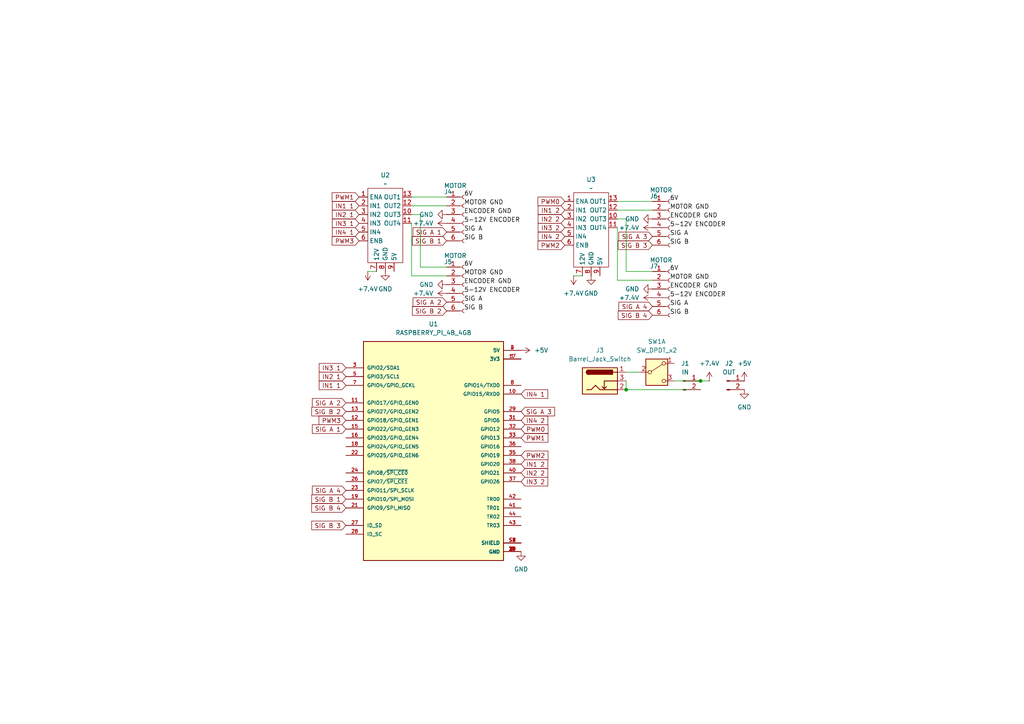
<source format=kicad_sch>
(kicad_sch (version 20231120) (generator "eeschema") (generator_version "8.0")
  (paper "A4")
  (title_block (title "Rover board") (rev "2"))
  (lib_symbols
    (symbol "Connector:Barrel_Jack_Switch" (pin_names hide)
      (property "Reference" "J" (at 0 5.334 0))
      (property "Value" "Barrel_Jack_Switch" (at 0 -5.08 0))
      (symbol "Barrel_Jack_Switch_0_1"
        (rectangle (start -5.08 3.81) (end 5.08 -3.81) (stroke (width 0.254)) (fill (type background)))
        (arc (start -3.302 3.175) (mid -3.9343 2.54) (end -3.302 1.905) (stroke (width 0.254)))
        (arc (start -3.302 3.175) (mid -3.9343 2.54) (end -3.302 1.905) (stroke (width 0.254)) (fill (type outline)))
        (polyline (pts (xy 1.27 -2.286) (xy 1.905 -1.651)) (stroke (width 0.254)))
        (polyline (pts (xy 5.08 2.54) (xy 3.81 2.54)) (stroke (width 0.254)))
        (polyline (pts (xy 5.08 0) (xy 1.27 0) (xy 1.27 -2.286) (xy 0.635 -1.651)) (stroke (width 0.254)))
        (polyline (pts (xy -3.81 -2.54) (xy -2.54 -2.54) (xy -1.27 -1.27) (xy 0 -2.54) (xy 2.54 -2.54) (xy 5.08 -2.54)) (stroke (width 0.254)))
        (rectangle (start 3.683 3.175) (end -3.302 1.905) (stroke (width 0.254)) (fill (type outline)))
      )
      (symbol "Barrel_Jack_Switch_1_1"
        (pin passive line (at 7.62 2.54 180) (length 2.54) (name "~") (number "1"))
        (pin passive line (at 7.62 -2.54 180) (length 2.54) (name "~") (number "2"))
        (pin passive line (at 7.62 0 180) (length 2.54) (name "~") (number "3"))
      )
    )
    (symbol "Connector:Conn_01x02_Pin" (pin_names (offset 1.016) hide)
      (property "Reference" "J" (at 0 2.54 0))
      (property "Value" "Conn_01x02_Pin" (at 0 -5.08 0))
      (symbol "Conn_01x02_Pin_1_1"
        (polyline (pts (xy 1.27 -2.54) (xy 0.8636 -2.54)) (stroke (width 0.1524)))
        (polyline (pts (xy 1.27 0) (xy 0.8636 0)) (stroke (width 0.1524)))
        (rectangle (start 0.8636 -2.413) (end 0 -2.667) (stroke (width 0.1524)) (fill (type outline)))
        (rectangle (start 0.8636 0.127) (end 0 -0.127) (stroke (width 0.1524)) (fill (type outline)))
        (pin passive line (at 5.08 0 180) (length 3.81) (name "Pin_1") (number "1"))
        (pin passive line (at 5.08 -2.54 180) (length 3.81) (name "Pin_2") (number "2"))
      )
    )
    (symbol "Connector:Conn_01x06_Socket" (pin_names (offset 1.016) hide)
      (property "Reference" "J" (at 0 7.62 0))
      (property "Value" "Conn_01x06_Socket" (at 0 -10.16 0))
      (symbol "Conn_01x06_Socket_1_1"
        (arc (start 0 -7.112) (mid -0.5058 -7.62) (end 0 -8.128) (stroke (width 0.1524)))
        (arc (start 0 -4.572) (mid -0.5058 -5.08) (end 0 -5.588) (stroke (width 0.1524)))
        (arc (start 0 -2.032) (mid -0.5058 -2.54) (end 0 -3.048) (stroke (width 0.1524)))
        (polyline (pts (xy -1.27 -7.62) (xy -0.508 -7.62)) (stroke (width 0.1524)))
        (polyline (pts (xy -1.27 -5.08) (xy -0.508 -5.08)) (stroke (width 0.1524)))
        (polyline (pts (xy -1.27 -2.54) (xy -0.508 -2.54)) (stroke (width 0.1524)))
        (polyline (pts (xy -1.27 0) (xy -0.508 0)) (stroke (width 0.1524)))
        (polyline (pts (xy -1.27 2.54) (xy -0.508 2.54)) (stroke (width 0.1524)))
        (polyline (pts (xy -1.27 5.08) (xy -0.508 5.08)) (stroke (width 0.1524)))
        (arc (start 0 0.508) (mid -0.5058 0) (end 0 -0.508) (stroke (width 0.1524)))
        (arc (start 0 3.048) (mid -0.5058 2.54) (end 0 2.032) (stroke (width 0.1524)))
        (arc (start 0 5.588) (mid -0.5058 5.08) (end 0 4.572) (stroke (width 0.1524)))
        (pin passive line (at -5.08 5.08 0) (length 3.81) (name "Pin_1") (number "1"))
        (pin passive line (at -5.08 2.54 0) (length 3.81) (name "Pin_2") (number "2"))
        (pin passive line (at -5.08 0 0) (length 3.81) (name "Pin_3") (number "3"))
        (pin passive line (at -5.08 -2.54 0) (length 3.81) (name "Pin_4") (number "4"))
        (pin passive line (at -5.08 -5.08 0) (length 3.81) (name "Pin_5") (number "5"))
        (pin passive line (at -5.08 -7.62 0) (length 3.81) (name "Pin_6") (number "6"))
      )
    )
    (symbol "L298N Module:L298N_Module"
      (property "Reference" "U" (at 0 0 0))
      (symbol "L298N_Module_0_1"
        (rectangle (start -5.08 10.16) (end 5.08 -11.43))
      )
      (symbol "L298N_Module_1_1"
        (pin input line (at -7.62 7.62 0) (length 2.54) (name "ENA") (number "1"))
        (pin output line (at 7.62 2.54 180) (length 2.54) (name "OUT3") (number "10"))
        (pin output line (at 7.62 0 180) (length 2.54) (name "OUT4") (number "11"))
        (pin output line (at 7.62 5.08 180) (length 2.54) (name "OUT2") (number "12"))
        (pin output line (at 7.62 7.62 180) (length 2.54) (name "OUT1") (number "13"))
        (pin input line (at -7.62 5.08 0) (length 2.54) (name "IN1") (number "2"))
        (pin input line (at -7.62 2.54 0) (length 2.54) (name "IN2") (number "3"))
        (pin input line (at -7.62 0 0) (length 2.54) (name "IN3") (number "4"))
        (pin input line (at -7.62 -2.54 0) (length 2.54) (name "IN4") (number "5"))
        (pin input line (at -7.62 -5.08 0) (length 2.54) (name "ENB") (number "6"))
        (pin input line (at -2.54 -13.97 90) (length 2.54) (name "12V") (number "7"))
        (pin input line (at 0 -13.97 90) (length 2.54) (name "GND") (number "8"))
        (pin input line (at 2.54 -13.97 90) (length 2.54) (name "5V") (number "9"))
      )
    )
    (symbol "RASPBERRY_PI_4B_4GB:RASPBERRY_PI_4B_4GB" (pin_names (offset 1.016))
      (property "Reference" "U" (at -20.32 33.528 0))
      (property "Value" "RASPBERRY_PI_4B_4GB" (at -20.32 -33.02 0))
      (symbol "RASPBERRY_PI_4B_4GB_0_0"
        (rectangle (start -20.32 -30.48) (end 20.32 33.02) (stroke (width 0.254)) (fill (type background)))
        (pin power_in line (at 25.4 27.94 180) (length 5.08) (name "3V3") (number "1"))
        (pin bidirectional line (at 25.4 17.78 180) (length 5.08) (name "GPIO15/RXD0") (number "10"))
        (pin bidirectional line (at -25.4 15.24 0) (length 5.08) (name "GPIO17/GPIO_GEN0") (number "11"))
        (pin bidirectional line (at -25.4 10.16 0) (length 5.08) (name "GPIO18/GPIO_GEN1") (number "12"))
        (pin bidirectional line (at -25.4 12.7 0) (length 5.08) (name "GPIO27/GPIO_GEN2") (number "13"))
        (pin power_in line (at 25.4 -27.94 180) (length 5.08) (name "GND") (number "14"))
        (pin bidirectional line (at -25.4 7.62 0) (length 5.08) (name "GPIO22/GPIO_GEN3") (number "15"))
        (pin bidirectional line (at -25.4 5.08 0) (length 5.08) (name "GPIO23/GPIO_GEN4") (number "16"))
        (pin power_in line (at 25.4 27.94 180) (length 5.08) (name "3V3") (number "17"))
        (pin bidirectional line (at -25.4 2.54 0) (length 5.08) (name "GPIO24/GPIO_GEN5") (number "18"))
        (pin bidirectional line (at -25.4 -12.7 0) (length 5.08) (name "GPIO10/SPI_MOSI") (number "19"))
        (pin power_in line (at 25.4 30.48 180) (length 5.08) (name "5V") (number "2"))
        (pin power_in line (at 25.4 -27.94 180) (length 5.08) (name "GND") (number "20"))
        (pin bidirectional line (at -25.4 -15.24 0) (length 5.08) (name "GPIO9/SPI_MISO") (number "21"))
        (pin bidirectional line (at -25.4 0 0) (length 5.08) (name "GPIO25/GPIO_GEN6") (number "22"))
        (pin bidirectional line (at -25.4 -10.16 0) (length 5.08) (name "GPIO11/SPI_SCLK") (number "23"))
        (pin bidirectional line (at -25.4 -5.08 0) (length 5.08) (name "GPIO8/~{SPI_CE0}") (number "24"))
        (pin power_in line (at 25.4 -27.94 180) (length 5.08) (name "GND") (number "25"))
        (pin bidirectional line (at -25.4 -7.62 0) (length 5.08) (name "GPIO7/~{SPI_CE1}") (number "26"))
        (pin bidirectional line (at -25.4 -20.32 0) (length 5.08) (name "ID_SD") (number "27"))
        (pin bidirectional line (at -25.4 -22.86 0) (length 5.08) (name "ID_SC") (number "28"))
        (pin bidirectional line (at 25.4 12.7 180) (length 5.08) (name "GPIO5") (number "29"))
        (pin bidirectional line (at -25.4 25.4 0) (length 5.08) (name "GPIO2/SDA1") (number "3"))
        (pin power_in line (at 25.4 -27.94 180) (length 5.08) (name "GND") (number "30"))
        (pin bidirectional line (at 25.4 10.16 180) (length 5.08) (name "GPIO6") (number "31"))
        (pin bidirectional line (at 25.4 7.62 180) (length 5.08) (name "GPIO12") (number "32"))
        (pin bidirectional line (at 25.4 5.08 180) (length 5.08) (name "GPIO13") (number "33"))
        (pin power_in line (at 25.4 -27.94 180) (length 5.08) (name "GND") (number "34"))
        (pin bidirectional line (at 25.4 0 180) (length 5.08) (name "GPIO19") (number "35"))
        (pin bidirectional line (at 25.4 2.54 180) (length 5.08) (name "GPIO16") (number "36"))
        (pin bidirectional line (at 25.4 -7.62 180) (length 5.08) (name "GPIO26") (number "37"))
        (pin bidirectional line (at 25.4 -2.54 180) (length 5.08) (name "GPIO20") (number "38"))
        (pin power_in line (at 25.4 -27.94 180) (length 5.08) (name "GND") (number "39"))
        (pin power_in line (at 25.4 30.48 180) (length 5.08) (name "5V") (number "4"))
        (pin bidirectional line (at 25.4 -5.08 180) (length 5.08) (name "GPIO21") (number "40"))
        (pin bidirectional line (at 25.4 -15.24 180) (length 5.08) (name "TR01") (number "41"))
        (pin bidirectional line (at 25.4 -12.7 180) (length 5.08) (name "TR00") (number "42"))
        (pin bidirectional line (at 25.4 -20.32 180) (length 5.08) (name "TR03") (number "43"))
        (pin bidirectional line (at 25.4 -17.78 180) (length 5.08) (name "TR02") (number "44"))
        (pin bidirectional line (at -25.4 22.86 0) (length 5.08) (name "GPIO3/SCL1") (number "5"))
        (pin power_in line (at 25.4 -27.94 180) (length 5.08) (name "GND") (number "6"))
        (pin bidirectional line (at -25.4 20.32 0) (length 5.08) (name "GPIO4/GPIO_GCKL") (number "7"))
        (pin bidirectional line (at 25.4 20.32 180) (length 5.08) (name "GPIO14/TXD0") (number "8"))
        (pin power_in line (at 25.4 -27.94 180) (length 5.08) (name "GND") (number "9"))
        (pin power_in line (at 25.4 -25.4 180) (length 5.08) (name "SHIELD") (number "S1"))
        (pin power_in line (at 25.4 -25.4 180) (length 5.08) (name "SHIELD") (number "S2"))
        (pin power_in line (at 25.4 -25.4 180) (length 5.08) (name "SHIELD") (number "S3"))
        (pin power_in line (at 25.4 -25.4 180) (length 5.08) (name "SHIELD") (number "S4"))
      )
    )
    (symbol "Switch:SW_DPDT_x2" (pin_names (offset 0) hide)
      (property "Reference" "SW" (at 0 5.08 0))
      (property "Value" "SW_DPDT_x2" (at 0 -5.08 0))
      (symbol "SW_DPDT_x2_0_0"
        (circle (center -2.032 0) (radius 0.508))
        (circle (center 2.032 -2.54) (radius 0.508))
      )
      (symbol "SW_DPDT_x2_0_1"
        (rectangle (start -3.175 3.81) (end 3.175 -3.81) (stroke (width 0.254)) (fill (type background)))
        (polyline (pts (xy -1.524 0.254) (xy 1.5748 2.286)))
        (circle (center 2.032 2.54) (radius 0.508))
      )
      (symbol "SW_DPDT_x2_1_1"
        (pin passive line (at 5.08 2.54 180) (length 2.54) (name "A") (number "1"))
        (pin passive line (at -5.08 0 0) (length 2.54) (name "B") (number "2"))
        (pin passive line (at 5.08 -2.54 180) (length 2.54) (name "C") (number "3"))
      )
      (symbol "SW_DPDT_x2_2_1"
        (pin passive line (at 5.08 2.54 180) (length 2.54) (name "A") (number "4"))
        (pin passive line (at -5.08 0 0) (length 2.54) (name "B") (number "5"))
        (pin passive line (at 5.08 -2.54 180) (length 2.54) (name "C") (number "6"))
      )
    )
    (symbol "power:+5V" (power) (pin_numbers hide) (pin_names (offset 0) hide)
      (property "Value" "+5V" (at 0 3.556 0))
      (symbol "+5V_0_1"
        (polyline (pts (xy -0.762 1.27) (xy 0 2.54)))
        (polyline (pts (xy 0 0) (xy 0 2.54)))
        (polyline (pts (xy 0 2.54) (xy 0.762 1.27)))
      )
      (symbol "+5V_1_1"
        (pin power_in line (at 0 0 90) (length 0) (name "~") (number "1"))
      )
    )
    (symbol "power:+7.5V" (power) (pin_numbers hide) (pin_names (offset 0) hide)
      (property "Value" "+7.5V" (at 0 3.556 0))
      (symbol "+7.5V_0_1"
        (polyline (pts (xy -0.762 1.27) (xy 0 2.54)))
        (polyline (pts (xy 0 0) (xy 0 2.54)))
        (polyline (pts (xy 0 2.54) (xy 0.762 1.27)))
      )
      (symbol "+7.5V_1_1"
        (pin power_in line (at 0 0 90) (length 0) (name "~") (number "1"))
      )
    )
    (symbol "power:GND" (power) (pin_numbers hide) (pin_names (offset 0) hide)
      (property "Value" "GND" (at 0 -3.81 0))
      (symbol "GND_0_1"
        (polyline (pts (xy 0 0) (xy 0 -1.27) (xy 1.27 -1.27) (xy 0 -2.54) (xy -1.27 -1.27) (xy 0 -1.27)))
      )
      (symbol "GND_1_1"
        (pin power_in line (at 0 0 270) (length 0) (name "~") (number "1"))
      )
    )
  )
  (junction (at 181.61 113.03))
  (junction (at 203.2 110.49))
  (wire (pts (xy 119.38 62.23) (xy 121.92 62.23)))
  (wire (pts (xy 121.92 77.47) (xy 129.54 77.47)))
  (wire (pts (xy 181.61 110.49) (xy 181.61 113.03)))
  (wire (pts (xy 181.61 78.74) (xy 189.23 78.74)))
  (wire (pts (xy 106.68 78.74) (xy 109.22 78.74)))
  (wire (pts (xy 195.58 110.49) (xy 203.2 110.49)))
  (wire (pts (xy 119.38 57.15) (xy 129.54 57.15)))
  (wire (pts (xy 121.92 62.23) (xy 121.92 77.47)))
  (wire (pts (xy 205.74 110.49) (xy 203.2 110.49)))
  (wire (pts (xy 179.07 66.04) (xy 179.07 81.28)))
  (wire (pts (xy 119.38 59.69) (xy 129.54 59.69)))
  (wire (pts (xy 119.38 64.77) (xy 119.38 80.01)))
  (wire (pts (xy 179.07 58.42) (xy 189.23 58.42)))
  (wire (pts (xy 181.61 107.95) (xy 185.42 107.95)))
  (wire (pts (xy 179.07 81.28) (xy 189.23 81.28)))
  (wire (pts (xy 181.61 113.03) (xy 203.2 113.03)))
  (wire (pts (xy 179.07 63.5) (xy 181.61 63.5)))
  (wire (pts (xy 181.61 63.5) (xy 181.61 78.74)))
  (wire (pts (xy 166.37 80.01) (xy 168.91 80.01)))
  (wire (pts (xy 179.07 60.96) (xy 189.23 60.96)))
  (wire (pts (xy 119.38 80.01) (xy 129.54 80.01)))
  (label "SIG A" (at 194.31 68.58 0))
  (label "SIG B" (at 134.62 69.85 0))
  (label "MOTOR GND" (at 194.31 60.96 0))
  (label "6V" (at 134.62 77.47 0))
  (label "6V" (at 194.31 58.42 0))
  (label "5-12V ENCODER " (at 194.31 86.36 0))
  (label "5-12V ENCODER " (at 134.62 85.09 0))
  (label "ENCODER GND" (at 194.31 63.5 0))
  (label "6V" (at 194.31 78.74 0))
  (label "MOTOR GND" (at 194.31 81.28 0))
  (label "ENCODER GND" (at 194.31 83.82 0))
  (label "MOTOR GND" (at 134.62 59.69 0))
  (label "SIG B" (at 194.31 71.12 0))
  (label "SIG A" (at 194.31 88.9 0))
  (label "5-12V ENCODER " (at 134.62 64.77 0))
  (label "ENCODER GND" (at 134.62 82.55 0))
  (label "SIG B" (at 134.62 90.17 0))
  (label "MOTOR GND" (at 134.62 80.01 0))
  (label "SIG A" (at 134.62 87.63 0))
  (label "SIG A" (at 134.62 67.31 0))
  (label "6V" (at 134.62 57.15 0))
  (label "5-12V ENCODER " (at 194.31 66.04 0))
  (label "SIG B" (at 194.31 91.44 0))
  (label "ENCODER GND" (at 134.62 62.23 0))
  (global_label "SIG B 1" (shape input) (at 100.33 144.78 180) (property "Intersheetrefs" "${INTERSHEET_REFS}" (effects (hide yes))))
  (global_label "SIG A 1" (shape input) (at 100.33 124.46 180) (property "Intersheetrefs" "${INTERSHEET_REFS}" (effects (hide yes))))
  (global_label "SIG B 4" (shape input) (at 100.33 147.32 180) (property "Intersheetrefs" "${INTERSHEET_REFS}" (effects (hide yes))))
  (global_label "SIG A 4" (shape input) (at 100.33 142.24 180) (property "Intersheetrefs" "${INTERSHEET_REFS}" (effects (hide yes))))
  (global_label "IN2 1" (shape input) (at 104.14 62.23 180) (property "Intersheetrefs" "${INTERSHEET_REFS}" (effects (hide yes))))
  (global_label "IN4 2" (shape input) (at 151.13 121.92 0) (property "Intersheetrefs" "${INTERSHEET_REFS}" (effects (hide yes))))
  (global_label "IN3 2" (shape input) (at 151.13 139.7 0) (property "Intersheetrefs" "${INTERSHEET_REFS}" (effects (hide yes))))
  (global_label "PWM1" (shape input) (at 104.14 57.15 180) (property "Intersheetrefs" "${INTERSHEET_REFS}" (effects (hide yes))))
  (global_label "SIG B 2" (shape input) (at 100.33 119.38 180) (property "Intersheetrefs" "${INTERSHEET_REFS}" (effects (hide yes))))
  (global_label "PWM0" (shape input) (at 151.13 124.46 0) (property "Intersheetrefs" "${INTERSHEET_REFS}" (effects (hide yes))))
  (global_label "SIG A 2" (shape input) (at 100.33 116.84 180) (property "Intersheetrefs" "${INTERSHEET_REFS}" (effects (hide yes))))
  (global_label "IN1 2" (shape input) (at 151.13 134.62 0) (property "Intersheetrefs" "${INTERSHEET_REFS}" (effects (hide yes))))
  (global_label "SIG B 1" (shape input) (at 129.54 69.85 180) (property "Intersheetrefs" "${INTERSHEET_REFS}" (effects (hide yes))))
  (global_label "IN1 1" (shape input) (at 100.33 111.76 180) (property "Intersheetrefs" "${INTERSHEET_REFS}" (effects (hide yes))))
  (global_label "IN2 2" (shape input) (at 151.13 137.16 0) (property "Intersheetrefs" "${INTERSHEET_REFS}" (effects (hide yes))))
  (global_label "SIG B 2" (shape input) (at 129.54 90.17 180) (property "Intersheetrefs" "${INTERSHEET_REFS}" (effects (hide yes))))
  (global_label "IN2 2" (shape input) (at 163.83 63.5 180) (property "Intersheetrefs" "${INTERSHEET_REFS}" (effects (hide yes))))
  (global_label "IN1 2" (shape input) (at 163.83 60.96 180) (property "Intersheetrefs" "${INTERSHEET_REFS}" (effects (hide yes))))
  (global_label "PWM3" (shape input) (at 104.14 69.85 180) (property "Intersheetrefs" "${INTERSHEET_REFS}" (effects (hide yes))))
  (global_label "IN3 1" (shape input) (at 104.14 64.77 180) (property "Intersheetrefs" "${INTERSHEET_REFS}" (effects (hide yes))))
  (global_label "IN1 1" (shape input) (at 104.14 59.69 180) (property "Intersheetrefs" "${INTERSHEET_REFS}" (effects (hide yes))))
  (global_label "PWM1" (shape input) (at 151.13 127 0) (property "Intersheetrefs" "${INTERSHEET_REFS}" (effects (hide yes))))
  (global_label "PWM3" (shape input) (at 100.33 121.92 180) (property "Intersheetrefs" "${INTERSHEET_REFS}" (effects (hide yes))))
  (global_label "IN3 2" (shape input) (at 163.83 66.04 180) (property "Intersheetrefs" "${INTERSHEET_REFS}" (effects (hide yes))))
  (global_label "SIG B 3" (shape input) (at 189.23 71.12 180) (property "Intersheetrefs" "${INTERSHEET_REFS}" (effects (hide yes))))
  (global_label "SIG A 3" (shape input) (at 189.23 68.58 180) (property "Intersheetrefs" "${INTERSHEET_REFS}" (effects (hide yes))))
  (global_label "IN4 1" (shape input) (at 151.13 114.3 0) (property "Intersheetrefs" "${INTERSHEET_REFS}" (effects (hide yes))))
  (global_label "SIG A 2" (shape input) (at 129.54 87.63 180) (property "Intersheetrefs" "${INTERSHEET_REFS}" (effects (hide yes))))
  (global_label "PWM2" (shape input) (at 151.13 132.08 0) (property "Intersheetrefs" "${INTERSHEET_REFS}" (effects (hide yes))))
  (global_label "PWM2" (shape input) (at 163.83 71.12 180) (property "Intersheetrefs" "${INTERSHEET_REFS}" (effects (hide yes))))
  (global_label "SIG A 1" (shape input) (at 129.54 67.31 180) (property "Intersheetrefs" "${INTERSHEET_REFS}" (effects (hide yes))))
  (global_label "PWM0" (shape input) (at 163.83 58.42 180) (property "Intersheetrefs" "${INTERSHEET_REFS}" (effects (hide yes))))
  (global_label "IN3 1" (shape input) (at 100.33 106.68 180) (property "Intersheetrefs" "${INTERSHEET_REFS}" (effects (hide yes))))
  (global_label "SIG A 3" (shape input) (at 151.13 119.38 0) (property "Intersheetrefs" "${INTERSHEET_REFS}" (effects (hide yes))))
  (global_label "SIG B 3" (shape input) (at 100.33 152.4 180) (property "Intersheetrefs" "${INTERSHEET_REFS}" (effects (hide yes))))
  (global_label "SIG B 4" (shape input) (at 189.23 91.44 180) (property "Intersheetrefs" "${INTERSHEET_REFS}" (effects (hide yes))))
  (global_label "IN4 2" (shape input) (at 163.83 68.58 180) (property "Intersheetrefs" "${INTERSHEET_REFS}" (effects (hide yes))))
  (global_label "IN4 1" (shape input) (at 104.14 67.31 180) (property "Intersheetrefs" "${INTERSHEET_REFS}" (effects (hide yes))))
  (global_label "SIG A 4" (shape input) (at 189.23 88.9 180) (property "Intersheetrefs" "${INTERSHEET_REFS}" (effects (hide yes))))
  (global_label "IN2 1" (shape input) (at 100.33 109.22 180) (property "Intersheetrefs" "${INTERSHEET_REFS}" (effects (hide yes))))
  (symbol (lib_id "power:+7.5V") (at 189.23 66.04 90) (unit 1)
    (property "Reference" "#PWR07" (effects (hide yes)))
    (property "Value" "+7.4V" (at 185.42 66.0399 90) (effects (justify left)))
    (property "Description" "Power symbol creates a global label with name \"+7.5V\"" (effects (hide yes)))
  )
  (symbol (lib_id "Connector:Conn_01x06_Socket") (at 194.31 83.82 0) (unit 1)
    (property "Reference" "J7" (at 188.468 77.216 0) (effects (justify left)))
    (property "Value" "MOTOR" (at 188.468 75.438 0) (effects (justify left)))
    (property "Footprint" "Connector_PinHeader_2.54mm:PinHeader_1x06_P2.54mm_Vertical" (effects (hide yes)))
    (property "Description" "Generic connector, single row, 01x06, script generated" (effects (hide yes)))
  )
  (symbol (lib_id "Connector:Conn_01x06_Socket") (at 134.62 82.55 0) (unit 1)
    (property "Reference" "J5" (at 128.778 75.946 0) (effects (justify left)))
    (property "Value" "MOTOR" (at 128.778 74.168 0) (effects (justify left)))
    (property "Footprint" "Connector_PinHeader_2.54mm:PinHeader_1x06_P2.54mm_Vertical" (effects (hide yes)))
    (property "Description" "Generic connector, single row, 01x06, script generated" (effects (hide yes)))
  )
  (symbol (lib_id "Connector:Conn_01x02_Pin") (at 198.12 110.49 0) (unit 1)
    (property "Reference" "J1" (at 198.755 105.41 0))
    (property "Value" "IN" (at 198.755 107.95 0))
    (property "Footprint" "Connector_Wire:SolderWire-0.75sqmm_1x02_P4.8mm_D1.25mm_OD2.3mm" (effects (hide yes)))
    (property "Description" "Generic connector, single row, 01x02, script generated" (effects (hide yes)))
  )
  (symbol (lib_id "Connector:Barrel_Jack_Switch") (at 173.99 110.49 0) (unit 1)
    (property "Reference" "J3" (at 173.99 101.6 0))
    (property "Value" "Barrel_Jack_Switch" (at 173.99 104.14 0))
    (property "Footprint" "Connector_BarrelJack:BarrelJack_Horizontal" (effects (hide yes)))
    (property "Description" "DC Barrel Jack with an internal switch" (effects (hide yes)))
  )
  (symbol (lib_id "power:GND") (at 189.23 83.82 270) (unit 1)
    (property "Reference" "#PWR017" (effects (hide yes)))
    (property "Value" "GND" (at 185.42 83.8199 90) (effects (justify right)))
    (property "Description" "Power symbol creates a global label with name \"GND\" , ground" (effects (hide yes)))
  )
  (symbol (lib_id "power:GND") (at 171.45 80.01 0) (unit 1)
    (property "Reference" "#PWR02" (effects (hide yes)))
    (property "Value" "GND" (at 171.45 85.09 0))
    (property "Description" "Power symbol creates a global label with name \"GND\" , ground" (effects (hide yes)))
  )
  (symbol (lib_id "power:GND") (at 189.23 63.5 270) (unit 1)
    (property "Reference" "#PWR016" (effects (hide yes)))
    (property "Value" "GND" (at 185.42 63.4999 90) (effects (justify right)))
    (property "Description" "Power symbol creates a global label with name \"GND\" , ground" (effects (hide yes)))
  )
  (symbol (lib_id "power:+7.5V") (at 166.37 80.01 180) (unit 1)
    (property "Reference" "#PWR03" (effects (hide yes)))
    (property "Value" "+7.4V" (at 166.37 85.09 0))
    (property "Description" "Power symbol creates a global label with name \"+7.5V\"" (effects (hide yes)))
  )
  (symbol (lib_id "power:+7.5V") (at 129.54 85.09 90) (unit 1)
    (property "Reference" "#PWR08" (effects (hide yes)))
    (property "Value" "+7.4V" (at 125.73 85.0899 90) (effects (justify left)))
    (property "Description" "Power symbol creates a global label with name \"+7.5V\"" (effects (hide yes)))
  )
  (symbol (lib_id "Connector:Conn_01x02_Pin") (at 210.82 110.49 0) (unit 1)
    (property "Reference" "J2" (at 211.455 105.41 0))
    (property "Value" "OUT" (at 211.455 107.95 0))
    (property "Footprint" "Connector_Wire:SolderWire-0.75sqmm_1x02_P4.8mm_D1.25mm_OD2.3mm" (effects (hide yes)))
    (property "Description" "Generic connector, single row, 01x02, script generated" (effects (hide yes)))
  )
  (symbol (lib_id "power:+5V") (at 151.13 101.6 270) (unit 1)
    (property "Reference" "#PWR011" (effects (hide yes)))
    (property "Value" "+5V" (at 154.94 101.5999 90) (effects (justify left)))
    (property "Description" "Power symbol creates a global label with name \"+5V\"" (effects (hide yes)))
  )
  (symbol (lib_id "power:GND") (at 111.76 78.74 0) (unit 1)
    (property "Reference" "#PWR04" (effects (hide yes)))
    (property "Value" "GND" (at 111.76 83.82 0))
    (property "Description" "Power symbol creates a global label with name \"GND\" , ground" (effects (hide yes)))
  )
  (symbol (lib_id "power:+7.5V") (at 205.74 110.49 0) (unit 1)
    (property "Reference" "#PWR012" (effects (hide yes)))
    (property "Value" "+7.4V" (at 205.74 105.41 0))
    (property "Description" "Power symbol creates a global label with name \"+7.5V\"" (effects (hide yes)))
  )
  (symbol (lib_id "power:+7.5V") (at 129.54 64.77 90) (unit 1)
    (property "Reference" "#PWR06" (effects (hide yes)))
    (property "Value" "+7.4V" (at 125.73 64.7699 90) (effects (justify left)))
    (property "Description" "Power symbol creates a global label with name \"+7.5V\"" (effects (hide yes)))
  )
  (symbol (lib_id "Switch:SW_DPDT_x2") (at 190.5 107.95 0) (unit 1)
    (property "Reference" "SW1" (at 190.5 99.06 0))
    (property "Value" "SW_DPDT_x2" (at 190.5 101.6 0))
    (property "Footprint" "Button_Switch_THT:SW_E-Switch_EG2219_DPDT_Angled" (effects (hide yes)))
    (property "Description" "Switch, dual pole double throw, separate symbols" (effects (hide yes)))
  )
  (symbol (lib_id "Connector:Conn_01x06_Socket") (at 194.31 63.5 0) (unit 1)
    (property "Reference" "J6" (at 188.468 56.896 0) (effects (justify left)))
    (property "Value" "MOTOR" (at 188.468 55.118 0) (effects (justify left)))
    (property "Footprint" "Connector_PinHeader_2.54mm:PinHeader_1x06_P2.54mm_Vertical" (effects (hide yes)))
    (property "Description" "Generic connector, single row, 01x06, script generated" (effects (hide yes)))
  )
  (symbol (lib_id "L298N Module:L298N_Module") (at 111.76 64.77 0) (unit 1)
    (property "Reference" "U2" (at 111.76 50.8 0))
    (property "Value" "~" (at 111.76 53.34 0))
    (property "Footprint" "L298N_Module:L298N" (effects (hide yes)))
  )
  (symbol (lib_id "power:+7.5V") (at 106.68 78.74 180) (unit 1)
    (property "Reference" "#PWR01" (effects (hide yes)))
    (property "Value" "+7.4V" (at 106.68 83.82 0))
    (property "Description" "Power symbol creates a global label with name \"+7.5V\"" (effects (hide yes)))
  )
  (symbol (lib_id "RASPBERRY_PI_4B_4GB:RASPBERRY_PI_4B_4GB") (at 125.73 132.08 0) (unit 1)
    (property "Reference" "U1" (at 125.73 93.98 0))
    (property "Value" "RASPBERRY_PI_4B_4GB" (at 125.73 96.52 0))
    (property "Footprint" "RASPBERRY_PI_4B_4GB:MODULE_RASPBERRY_PI_4B_4GB" (effects (hide yes)))
    (property "MF" "Raspberry Pi" (effects (hide yes)))
    (property "MAXIMUM_PACKAGE_HEIGHT" "16 mm" (effects (hide yes)))
    (property "Package" "None" (effects (hide yes)))
    (property "Price" "None" (effects (hide yes)))
    (property "Check_prices" "https://www.snapeda.com/parts/RASPBERRY%20PI%204B/4GB/Raspberry+Pi/view-part/?ref=eda" (effects (hide yes)))
    (property "STANDARD" "Manufacturer Recommendations" (effects (hide yes)))
    (property "PARTREV" "4" (effects (hide yes)))
    (property "SnapEDA_Link" "https://www.snapeda.com/parts/RASPBERRY%20PI%204B/4GB/Raspberry+Pi/view-part/?ref=snap" (effects (hide yes)))
    (property "MP" "RASPBERRY PI 4B/4GB" (effects (hide yes)))
    (property "Description_1" "\n                        \n                            BCM2711 Raspberry Pi 4 Model B 4GB - ARM® Cortex®-A72 MPU Embedded Evaluation Board\n                        \n" (effects (hide yes)))
    (property "MANUFACTURER" "Raspberry Pi" (effects (hide yes)))
    (property "Availability" "In Stock" (effects (hide yes)))
    (property "SNAPEDA_PN" "RASPBERRY PI 4B/4GB" (effects (hide yes)))
  )
  (symbol (lib_id "L298N Module:L298N_Module") (at 171.45 66.04 0) (unit 1)
    (property "Reference" "U3" (at 171.45 52.07 0))
    (property "Value" "~" (at 171.45 54.61 0))
    (property "Footprint" "L298N_Module:L298N" (effects (hide yes)))
  )
  (symbol (lib_id "power:GND") (at 215.9 113.03 0) (unit 1)
    (property "Reference" "#PWR013" (effects (hide yes)))
    (property "Value" "GND" (at 215.9 118.11 0))
    (property "Description" "Power symbol creates a global label with name \"GND\" , ground" (effects (hide yes)))
  )
  (symbol (lib_id "power:GND") (at 129.54 82.55 270) (unit 1)
    (property "Reference" "#PWR014" (effects (hide yes)))
    (property "Value" "GND" (at 125.73 82.5499 90) (effects (justify right)))
    (property "Description" "Power symbol creates a global label with name \"GND\" , ground" (effects (hide yes)))
  )
  (symbol (lib_id "power:GND") (at 151.13 160.02 0) (unit 1)
    (property "Reference" "#PWR05" (effects (hide yes)))
    (property "Value" "GND" (at 151.13 165.1 0))
    (property "Description" "Power symbol creates a global label with name \"GND\" , ground" (effects (hide yes)))
  )
  (symbol (lib_id "power:GND") (at 129.54 62.23 270) (unit 1)
    (property "Reference" "#PWR015" (effects (hide yes)))
    (property "Value" "GND" (at 125.73 62.2299 90) (effects (justify right)))
    (property "Description" "Power symbol creates a global label with name \"GND\" , ground" (effects (hide yes)))
  )
  (symbol (lib_id "power:+5V") (at 215.9 110.49 0) (unit 1)
    (property "Reference" "#PWR010" (effects (hide yes)))
    (property "Value" "+5V" (at 215.9 105.41 0))
    (property "Description" "Power symbol creates a global label with name \"+5V\"" (effects (hide yes)))
  )
  (symbol (lib_id "power:+7.5V") (at 189.23 86.36 90) (unit 1)
    (property "Reference" "#PWR09" (effects (hide yes)))
    (property "Value" "+7.4V" (at 185.42 86.3599 90) (effects (justify left)))
    (property "Description" "Power symbol creates a global label with name \"+7.5V\"" (effects (hide yes)))
  )
  (symbol (lib_id "Connector:Conn_01x06_Socket") (at 134.62 62.23 0) (unit 1)
    (property "Reference" "J4" (at 128.778 55.626 0) (effects (justify left)))
    (property "Value" "MOTOR" (at 128.778 53.848 0) (effects (justify left)))
    (property "Footprint" "Connector_PinHeader_2.54mm:PinHeader_1x06_P2.54mm_Vertical" (effects (hide yes)))
    (property "Description" "Generic connector, single row, 01x06, script generated" (effects (hide yes)))
  )
)
</source>
